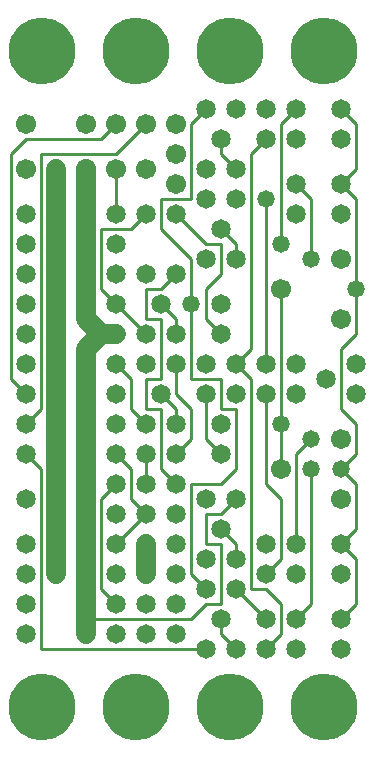
<source format=gtl>
%MOIN*%
%FSLAX25Y25*%
G04 D10 used for Character Trace; *
G04     Circle (OD=.01000) (No hole)*
G04 D11 used for Power Trace; *
G04     Circle (OD=.06700) (No hole)*
G04 D12 used for Signal Trace; *
G04     Circle (OD=.01100) (No hole)*
G04 D13 used for Via; *
G04     Circle (OD=.05800) (Round. Hole ID=.02800)*
G04 D14 used for Component hole; *
G04     Circle (OD=.06500) (Round. Hole ID=.03500)*
G04 D15 used for Component hole; *
G04     Circle (OD=.06700) (Round. Hole ID=.04300)*
G04 D16 used for Component hole; *
G04     Circle (OD=.08100) (Round. Hole ID=.05100)*
G04 D17 used for Component hole; *
G04     Circle (OD=.08900) (Round. Hole ID=.05900)*
G04 D18 used for Component hole; *
G04     Circle (OD=.11300) (Round. Hole ID=.08300)*
G04 D19 used for Component hole; *
G04     Circle (OD=.16000) (Round. Hole ID=.13000)*
G04 D20 used for Component hole; *
G04     Circle (OD=.18300) (Round. Hole ID=.15300)*
G04 D21 used for Component hole; *
G04     Circle (OD=.22291) (Round. Hole ID=.19291)*
%ADD10C,.01000*%
%ADD11C,.06700*%
%ADD12C,.01100*%
%ADD13C,.05800*%
%ADD14C,.06500*%
%ADD15C,.06700*%
%ADD16C,.08100*%
%ADD17C,.08900*%
%ADD18C,.11300*%
%ADD19C,.16000*%
%ADD20C,.18300*%
%ADD21C,.22291*%
%IPPOS*%
%LPD*%
G90*X0Y0D02*D21*X15625Y15625D03*D12*              
X15000Y35000D02*X70000D01*D14*D03*D12*X80000D02*  
X75000Y40000D01*D14*X80000Y35000D03*D12*          
X75000Y40000D02*Y45000D01*D14*D03*D12*X65000D02*  
X70000Y50000D01*X30000Y45000D02*X65000D01*D11*    
X30000Y40000D02*Y45000D01*D13*Y40000D03*D11*      
Y45000D02*Y85000D01*D14*D03*D11*Y135000D01*       
X35000Y140000D01*X40000D01*D14*D03*D11*X35000D02* 
X30000Y145000D01*Y195000D01*D15*D03*D12*          
X10000Y205000D02*X35000D01*X5000Y200000D02*       
X10000Y205000D01*X5000Y125000D02*Y200000D01*      
X10000Y120000D02*X5000Y125000D01*D14*             
X10000Y120000D03*D12*Y110000D02*X15000Y115000D01* 
D14*X10000Y110000D03*D12*X15000Y115000D02*        
Y200000D01*X40000D01*X50000Y210000D01*D15*D03*    
X60000Y200000D03*Y210000D03*X40000D03*D12*        
X35000Y205000D01*D15*X30000Y210000D03*            
X40000Y195000D03*D12*Y180000D01*D14*D03*D12*      
X35000Y175000D02*X45000D01*X35000Y155000D02*      
Y175000D01*X40000Y150000D02*X35000Y155000D01*D14* 
X40000Y150000D03*D12*X50000Y140000D01*D14*D03*D12*
X55000Y125000D02*Y145000D01*X50000Y125000D02*     
X55000D01*X50000Y115000D02*Y125000D01*Y115000D02* 
X55000D01*Y95000D01*X60000Y90000D01*D14*D03*D12*  
X65000Y60000D02*Y90000D01*X70000Y55000D02*        
X65000Y60000D01*D14*X70000Y55000D03*D12*Y50000D02*
X75000D01*Y70000D01*X70000D01*Y80000D01*X75000D01*
X80000Y85000D01*D14*D03*D12*X65000Y90000D02*      
X75000D01*D14*X70000Y85000D03*X75000Y100000D03*   
D12*X70000Y105000D01*Y120000D01*D14*D03*D12*      
X75000Y115000D02*X80000D01*Y95000D01*             
X75000Y90000D01*D14*X60000Y100000D03*D12*         
X65000Y105000D01*Y115000D01*X60000Y120000D01*     
Y130000D01*D14*D03*D12*X65000Y125000D02*X75000D01*
Y115000D01*D14*X80000Y120000D03*X75000Y110000D03* 
D12*X85000Y55000D02*Y125000D01*Y55000D02*         
X90000D01*X95000Y50000D01*Y40000D01*              
X90000Y35000D01*D14*D03*X100000Y45000D03*D12*     
X105000Y50000D01*Y95000D01*D13*D03*D12*           
X100000Y70000D02*Y100000D01*D14*Y70000D03*D12*    
X90000Y60000D02*X95000Y65000D01*D14*              
X90000Y60000D03*D12*X95000Y65000D02*Y85000D01*    
X90000Y90000D01*Y120000D01*D14*D03*D12*           
X85000Y125000D02*X80000Y130000D01*D14*D03*D12*    
X85000Y135000D01*Y200000D01*X90000Y205000D01*D14* 
D03*D12*X95000Y170000D02*Y210000D01*D13*          
Y170000D03*X105000Y165000D03*D12*Y185000D01*      
X100000Y190000D01*D14*D03*Y180000D03*D13*         
X90000Y185000D03*D12*Y130000D01*D14*D03*          
X100000Y120000D03*Y130000D03*X75000Y140000D03*D12*
X70000Y145000D01*Y155000D01*X75000Y160000D01*     
Y170000D01*X70000D01*X60000Y180000D01*D14*D03*D12*
X55000Y185000D02*X65000D01*X55000Y175000D02*      
Y185000D01*X65000Y165000D02*X55000Y175000D01*     
X65000Y150000D02*Y165000D01*D13*Y150000D03*D12*   
Y125000D01*D14*X70000Y130000D03*D12*              
X60000Y110000D02*Y115000D01*D14*Y110000D03*D12*   
Y115000D02*X55000Y120000D01*D14*D03*D12*          
X45000Y115000D02*Y125000D01*X50000Y110000D02*     
X45000Y115000D01*D14*X50000Y110000D03*            
X40000Y120000D03*Y100000D03*D12*X45000Y95000D01*  
Y85000D01*X50000Y80000D01*D14*D03*D12*            
X40000Y70000D01*D14*D03*X50000Y60000D03*D11*      
Y70000D01*D14*D03*X60000Y60000D03*Y80000D03*      
X40000D03*Y60000D03*X60000Y70000D03*D12*          
X35000Y55000D02*Y85000D01*X40000Y50000D02*        
X35000Y55000D01*D14*X40000Y50000D03*              
X50000Y40000D03*Y50000D03*X40000Y40000D03*        
X60000D03*D13*X20000Y60000D03*D11*Y85000D01*D13*  
D03*D11*Y140000D01*D13*D03*D11*Y155000D01*D13*D03*
D11*Y195000D01*D13*D03*D15*X10000D03*D14*         
Y180000D03*D15*Y210000D03*D12*X45000Y175000D02*   
X50000Y180000D01*D14*D03*D15*X60000Y190000D03*D14*
X40000Y170000D03*D15*X50000Y195000D03*D12*        
X65000Y185000D02*Y210000D01*X70000Y215000D01*D14* 
D03*X80000D03*X75000Y205000D03*D12*Y200000D01*    
X80000Y195000D01*D14*D03*X70000Y185000D03*        
Y195000D03*X80000Y185000D03*D12*X95000Y210000D02* 
X100000Y215000D01*D14*D03*X90000D03*              
X100000Y205000D03*X115000D03*Y215000D03*D12*      
X120000Y210000D01*Y195000D01*X115000Y190000D01*   
D14*D03*D12*X120000Y185000D01*Y155000D01*D13*D03* 
D12*Y140000D01*X115000Y135000D01*Y115000D01*      
X120000Y110000D01*Y100000D01*X115000Y95000D01*D13*
D03*D12*X120000Y90000D01*Y75000D01*               
X115000Y70000D01*D14*D03*D12*X120000Y65000D01*    
Y50000D01*X115000Y45000D01*D14*D03*Y35000D03*     
X100000Y60000D03*X115000D03*X100000Y35000D03*     
X90000Y70000D03*Y45000D03*D12*X80000Y55000D01*D14*
D03*X70000Y65000D03*X80000D03*D12*Y70000D01*      
X75000Y75000D01*D14*D03*D15*X95000Y95000D03*D12*  
Y110000D01*D13*D03*D12*Y155000D01*D15*D03*D12*    
X80000Y165000D02*Y170000D01*D14*Y165000D03*D12*   
Y170000D02*X75000Y175000D01*D14*D03*              
X70000Y165000D03*X60000Y160000D03*D12*            
X55000Y155000D01*X50000D01*Y145000D01*X55000D01*  
D14*X60000Y140000D03*D12*Y145000D01*              
X55000Y150000D01*D14*D03*X50000Y160000D03*        
X40000D03*Y130000D03*D12*X45000Y125000D01*D14*    
X50000Y130000D03*X40000Y110000D03*                
X50000Y100000D03*D12*Y90000D01*D14*D03*X40000D03* 
D12*X35000Y85000D01*X15000Y35000D02*Y95000D01*D14*
X10000Y40000D03*Y50000D03*Y60000D03*D21*          
X46875Y15625D03*D14*X10000Y70000D03*              
X60000Y50000D03*X10000Y85000D03*D12*              
X15000Y95000D02*X10000Y100000D01*D14*D03*         
Y130000D03*Y140000D03*Y150000D03*Y160000D03*      
X75000Y150000D03*X10000Y170000D03*D21*            
X78125Y15625D03*D12*X100000Y100000D02*            
X105000Y105000D01*D13*D03*D15*X115000D03*D14*     
X120000Y120000D03*X110000Y125000D03*D15*          
X115000Y85000D03*D14*X120000Y130000D03*D15*       
X115000Y145000D03*Y165000D03*D14*Y180000D03*D21*  
X109375Y15625D03*Y234375D03*X78125D03*X46875D03*  
X15625D03*M02*                                    

</source>
